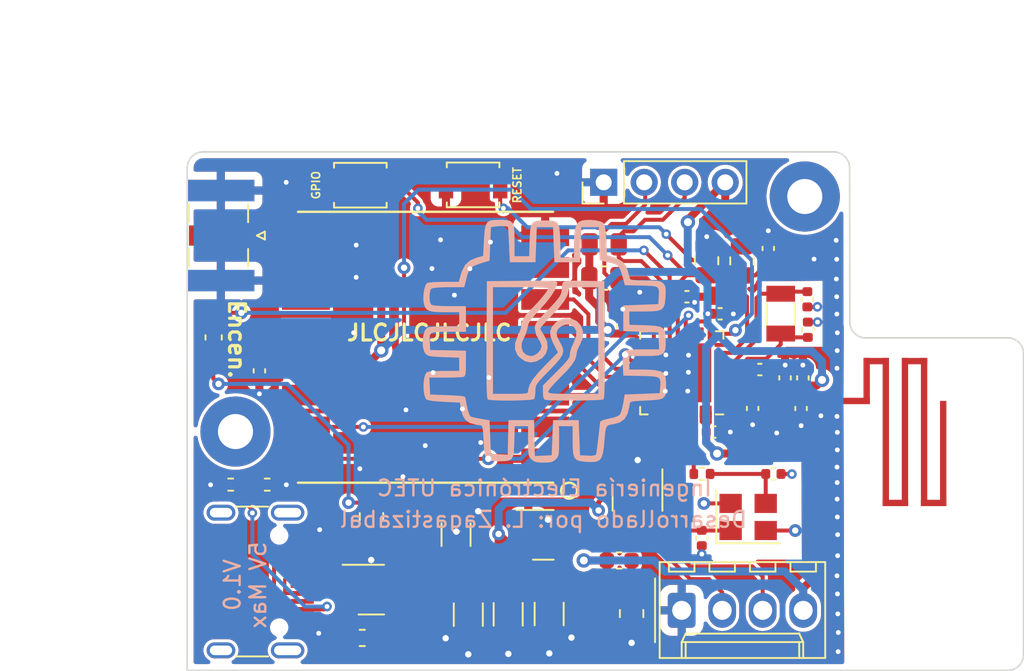
<source format=kicad_pcb>
(kicad_pcb (version 20211014) (generator pcbnew)
  (title_block (title "Gateway PCB Files") (date "2023-02-19"))
  (layers (0 "F.Cu" signal) (1 "In1.Cu" power) (2 "In2.Cu" power) (31 "B.Cu" signal) (34 "B.Paste" user) (35 "F.Paste" user) (36 "B.SilkS" user "B.Silkscreen") (37 "F.SilkS" user "F.Silkscreen") (38 "B.Mask" user) (39 "F.Mask" user) (44 "Edge.Cuts" user))
  (net 0 "")
  (net 1 "Net-(C16-Pad1)")
  (net 2 "VBUS")
  (net 3 "GND")
  (net 4 "+3V3")
  (net 5 "Net-(C7-Pad1)")
  (net 6 "Net-(C12-Pad1)")
  (net 7 "Net-(C13-Pad1)")
  (net 8 "Net-(C14-Pad1)")
  (net 9 "Net-(C15-Pad1)")
  (net 10 "Net-(C17-Pad1)")
  (net 11 "Net-(C18-Pad1)")
  (net 12 "BUTT_1")
  (net 13 "Net-(D1-Pad1)")
  (net 14 "Net-(D2-Pad1)")
  (net 15 "GP_LED")
  (net 16 "Net-(F1-Pad1)")
  (net 17 "Net-(J1-PadA5)")
  (net 18 "USB_CONN_D+")
  (net 19 "USB_CONN_D-")
  (net 21 "Net-(J1-PadB5)")
  (net 24 "/ANT")
  (net 25 "I2C_SDA")
  (net 26 "I2C_SCL")
  (net 27 "Net-(R7-Pad1)")
  (net 28 "USB_D+")
  (net 29 "USB_D-")
  (net 30 "DIO0_RFM9X")
  (net 32 "DIO1_RFM9X")
  (net 33 "RESET_RFM9X")
  (net 35 "DIO2_RFM9X")
  (net 36 "SPI_NSS")
  (net 37 "SPI_SCK")
  (net 38 "SPI_MOSI")
  (net 39 "SPI_MISO")
  (net 40 "UART_RX")
  (net 41 "UART_TX")
  (net 45 "UART_CONN_RX")
  (net 46 "UART_CONN_TX")
  (net 49 "+5V")
  (footprint "Capacitor_SMD:C_0603_1608Metric" (layer "F.Cu") (at 127.98 93 90)
    (fp_text reference "D2" hide)
    (fp_text value "Green" hide)
  )
  (footprint "Capacitor_SMD:C_1206_3216Metric" (layer "F.Cu") (at 149.02 110.36 -90)
    (fp_text reference "C4" hide)
    (fp_text value "4u7" hide)
  )
  (footprint "Capacitor_SMD:C_0402_1005Metric" (layer "F.Cu") (at 161.78 97.46 -90)
    (fp_text reference "C15" hide)
    (fp_text value "0p8" hide)
  )
  (footprint "LoRa_RFM9x:RFM9X-SMD" (layer "F.Cu") (at 141.27 93.62 180)
    (fp_text reference "U4" hide)
    (fp_text value "RFM9X" hide)
  )
  (footprint "Resistor_SMD:R_0402_1005Metric" (layer "F.Cu") (at 158.6 101.57)
    (fp_text reference "R7" hide)
    (fp_text value "22R" hide)
  )
  (footprint "Connector_Coaxial:SMA_Samtec_SMA-J-P-X-ST-EM1_EdgeMount" (layer "F.Cu") (at 128.4325 86.61 -90)
    (fp_text reference "J2" hide)
    (fp_text value "SMA")
  )
  (footprint "Capacitor_SMD:C_0603_1608Metric" (layer "F.Cu") (at 153.41 107 180)
    (fp_text reference "D1" hide)
    (fp_text value "Green" hide)
  )
  (footprint "MountingHole:MountingHole_2.2mm_M2_Pad" (layer "F.Cu") (at 129.35 98.91)
    (fp_text reference "H2" hide)
    (fp_text value "MountingHole" hide)
  )
  (footprint "RF_Antenna:PCB Meander Antenna" (layer "F.Cu") (at 166.02 99.69 -90)
    (fp_text reference "AE1" hide)
    (fp_text value "Antenna" hide)
  )
  (footprint "Capacitor_SMD:C_0402_1005Metric" (layer "F.Cu") (at 163.81 95.54 90)
    (fp_text reference "C6" hide)
    (fp_text value "100n " hide)
  )
  (footprint "Inductor_SMD:L_0402_1005Metric" (layer "F.Cu") (at 145.37 106.78)
    (fp_text reference "L1" hide)
    (fp_text value "1n9" hide)
  )
  (footprint "Fuse:Fuse_0603_1608Metric" (layer "F.Cu") (at 137.3 111.86)
    (fp_text reference "F1" hide)
    (fp_text value "1A" hide)
  )
  (footprint "Inductor_SMD:L_0402_1005Metric" (layer "F.Cu") (at 163.305 96.985)
    (fp_text reference "L3" hide)
    (fp_text value "1n9" hide)
  )
  (footprint "Connector_PinHeader_2.54mm:PinHeader_1x04_P2.54mm_Vertical" (layer "F.Cu") (at 152.44 83.27 90)
    (fp_text reference "J4" hide)
    (fp_text value "I2C_CONN" hide)
  )
  (footprint "Capacitor_SMD:C_0402_1005Metric" (layer "F.Cu") (at 159.74 91.52)
    (fp_text reference "C8" hide)
    (fp_text value "100n " hide)
  )
  (footprint "Package_DFN_QFN:QFN-32-1EP_5x5mm_P0.5mm_EP3.7x3.7mm" (layer "F.Cu") (at 157.335 95.225 180)
    (fp_text reference "U3" hide)
    (fp_text value "ESP32-C3FH4" hide)
  )
  (footprint "Capacitor_SMD:C_0402_1005Metric" (layer "F.Cu") (at 153.64 92.28 90)
    (fp_text reference "C9" hide)
    (fp_text value "100n" hide)
  )
  (footprint "Capacitor_SMD:C_0402_1005Metric" (layer "F.Cu") (at 157.66 90.45)
    (fp_text reference "C19" hide)
    (fp_text value "100n" hide)
  )
  (footprint "Capacitor_SMD:C_0402_1005Metric" (layer "F.Cu") (at 154.7 91.15 90)
    (fp_text reference "C11" hide)
    (fp_text value "10u" hide)
  )
  (footprint "Capacitor_SMD:C_0402_1005Metric" (layer "F.Cu") (at 162.23 95.02)
    (fp_text reference "C7" hide)
    (fp_text value "100n " hide)
  )
  (footprint "Capacitor_SMD:C_1206_3216Metric" (layer "F.Cu") (at 143.95 110.4 -90)
    (fp_text reference "C3" hide)
    (fp_text value "4u7" hide)
  )
  (footprint "Button_Switch_SMD:SW_SPST_B3U-1000P" (layer "F.Cu") (at 137.18 83.45)
    (fp_text reference "SW2" hide)
    (fp_text value "BUTT_1" hide)
  )
  (footprint "Crystal:Crystal_SMD_3215-2Pin_3.2x1.5mm" (layer "F.Cu") (at 163.54 91.51 -90)
    (fp_text reference "Y1" hide)
    (fp_text value "32kHz" hide)
  )
  (footprint "Resistor_SMD:R_0402_1005Metric" (layer "F.Cu") (at 129.05 102.24)
    (fp_text reference "R2" hide)
    (fp_text value "5k1" hide)
  )
  (footprint "Capacitor_SMD:C_0402_1005Metric" (layer "F.Cu") (at 165.21 90.61 -90)
    (fp_text reference "C14" hide)
    (fp_text value "20p" hide)
  )
  (footprint "MountingHole:MountingHole_2.2mm_M2_Pad" (layer "F.Cu") (at 165.05 84.16)
    (fp_text reference "H1" hide)
    (fp_text value "MountingHole" hide)
  )
  (footprint "Package_TO_SOT_SMD:SOT-23" (layer "F.Cu") (at 148.65 105.39)
    (fp_text reference "U2" hide)
    (fp_text value "HE9073A33MR" hide)
  )
  (footprint "Package_TO_SOT_SMD:SOT-23-6" (layer "F.Cu") (at 137.8675 108.83)
    (fp_text reference "U1" hide)
    (fp_text value "USBLC6-2SC6" hide)
  )
  (footprint "Capacitor_SMD:C_0402_1005Metric" (layer "F.Cu") (at 158.59 105.59 -90)
    (fp_text reference "C17" hide)
    (fp_text value "20p" hide)
  )
  (footprint "Capacitor_SMD:C_0402_1005Metric" (layer "F.Cu") (at 130.85 95.1 -90)
    (fp_text reference "C20" hide)
    (fp_text value "100n " hide)
  )
  (footprint "Package_TO_SOT_SMD:SOT-23-6" (layer "F.Cu") (at 154.56 103.08 -90)
    (fp_text reference "U5" hide)
    (fp_text value "USBLC6-2SC6" hide)
  )
  (footprint "Resistor_SMD:R_0805_2012Metric" (layer "F.Cu") (at 137.88 104.25 -90)
    (fp_text reference "R8" hide)
    (fp_text value "10k" hide)
  )
  (footprint "Connector_Molex:Molex_KK-254_AE-6410-04A_1x04_P2.54mm_Vertical" (layer "F.Cu") (at 157.33 110.13)
    (fp_text reference "J3" hide)
    (fp_text value "UART_CONN" hide)
  )
  (footprint "Resistor_SMD:R_0402_1005Metric" (layer "F.Cu") (at 131.34 102.24 180)
    (fp_text reference "R1" hide)
    (fp_text value "5k1" hide)
  )
  (footprint "Capacitor_SMD:C_0402_1005Metric" (layer "F.Cu") (at 164.93 95.54 90)
    (fp_text reference "C5" hide)
    (fp_text value "10u" hide)
  )
  (footprint "Capacitor_SMD:C_0402_1005Metric" (layer "F.Cu") (at 165.24 92.52 90)
    (fp_text reference "C13" hide)
    (fp_text value "20p" hide)
  )
  (footprint "Capacitor_SMD:C_0402_1005Metric" (layer "F.Cu") (at 162.76 87.42 90)
    (fp_text reference "C12" hide)
    (fp_text value "100n" hide)
  )
  (footprint "Crystal:Crystal_SMD_3225-4Pin_3.2x2.5mm" (layer "F.Cu") (at 161.5 104.27)
    (fp_text reference "Y2" hide)
    (fp_text value "40MHz" hide)
  )
  (footprint "Resistor_SMD:R_0805_2012Metric" (layer "F.Cu") (at 158.89 88.19 -90)
    (fp_text reference "R9" hide)
    (fp_text value "10k" hide)
  )
  (footprint "Capacitor_SMD:C_0402_1005Metric" (layer "F.Cu") (at 159.35 98.94)
    (fp_text reference "C10" hide)
    (fp_text value "100n" hide)
  )
  (footprint "Resistor_SMD:R_0805_2012Metric" (layer "F.Cu") (at 154.19 110.33 -90)
    (fp_text reference "R3" hide)
    (fp_text value "10k" hide)
  )
  (footprint "Capacitor_SMD:C_1206_3216Metric" (layer "F.Cu") (at 146.45 110.38 -90)
    (fp_text reference "C2" hide)
    (fp_text value "100n " hide)
  )
  (footprint "Inductor_SMD:L_0402_1005Metric" (layer "F.Cu") (at 162.24 96.02 180)
    (fp_text reference "L2" hide)
    (fp_text value "1n9" hide)
  )
  (footprint "Capacitor_SMD:C_1206_3216Metric" (layer "F.Cu") (at 143.18 105.38 90)
    (fp_text reference "C1" hide)
    (fp_text value "100n " hide)
  )
  (footprint "Capacitor_SMD:C_0402_1005Metric" (layer "F.Cu") (at 164.815 97.465 -90)
    (fp_text reference "C16" hide)
    (fp_text value "0p8" hide)
  )
  (footprint "Connector_USB:USB_C_Receptacle_HRO_TYPE-C-31-M-12" (layer "F.Cu") (at 129.49 108.32 -90)
    (fp_text reference "J1" hide)
    (fp_text value "USB_C_Receptacle_USB2.0" hide)
  )
  (footprint "Resistor_SMD:R_0805_2012Metric" (layer "F.Cu") (at 152.47 87.16)
    (fp_text reference "R6" hide)
    (fp_text value "10k" hide)
  )
  (footprint "Resistor_SMD:R_0805_2012Metric" (layer "F.Cu") (at 161.11 88.2 -90)
    (fp_text reference "R4" hide)
    (fp_text value "10k" hide)
  )
  (footprint "Button_Switch_SMD:SW_SPST_B3U-1000P" (layer "F.Cu") (at 144.25 83.43 180)
    (fp_text reference "SW1" hide)
    (fp_text value "ESP_RESET" hide)
  )
  (footprint "Capacitor_SMD:C_0402_1005Metric" (layer "F.Cu") (at 163.08 101.57)
    (fp_text reference "C18" hide)
    (fp_text value "20p" hide)
  )
  (footprint "Resistor_SMD:R_0805_2012Metric" (layer "F.Cu") (at 152.45 89.28)
    (fp_text reference "R5" hide)
    (fp_text value "10k" hide)
  )
  (footprint "Symbol:electronica" (layer "B.Cu") (at 148.797211 92.647333 180)
    (fp_text reference "G***" hide)
    (fp_text value "LOGO" hide)
  )
  (gr_arc (start 126.327107 82.36) (mid 126.62 81.652893) (end 127.327107 81.36) (layer "Edge.Cuts") (width 0.1))
  (gr_line (start 167.87 92.03) (end 167.86 82.36) (layer "Edge.Cuts") (width 0.1))
  (gr_line (start 177.77 113.9) (end 126.325 113.9) (layer "Edge.Cuts") (width 0.1))
  (gr_line (start 126.325 113.9) (end 126.327107 82.36) (layer "Edge.Cuts") (width 0.1))
  (gr_line (start 178.77 112.9) (end 178.77 94.03) (layer "Edge.Cuts") (width 0.1))
  (gr_line (start 127.327107 81.36) (end 166.85 81.36) (layer "Edge.Cuts") (width 0.1))
  (gr_arc (start 177.77 93.03) (mid 178.477107 93.322893) (end 178.77 94.03) (layer "Edge.Cuts") (width 0.1))
  (gr_arc (start 178.77 112.9) (mid 178.477107 113.607107) (end 177.77 113.9) (layer "Edge.Cuts") (width 0.1))
  (gr_line (start 177.77 93.03) (end 168.87 93.03) (layer "Edge.Cuts") (width 0.1))
  (gr_arc (start 168.87 93.03) (mid 168.162893 92.737107) (end 167.87 92.03) (layer "Edge.Cuts") (width 0.1))
  (gr_arc (start 166.85 81.36) (mid 167.563566 81.649348) (end 167.86 82.36) (layer "Edge.Cuts") (width 0.1))
  (gr_text "V1.0\n5V Max" (at 129.96 108.54 90) (layer "B.SilkS") (effects (font (size 1 1)) (justify mirror)))
  (gr_text "Desarrollado por: L. Zagastizabal" (at 148.66 104.43) (layer "B.SilkS") (effects (font (size 1 1)) (justify mirror)))
  (gr_text "Ingeniería Electrónica UTEC" (at 148.72 102.46) (layer "B.SilkS") (effects (font (size 1 1)) (justify mirror)))
  (gr_text "GPIO" (at 134.4 83.45 90) (layer "F.SilkS") (effects (font (size 0.5 0.5) (thickness 0.1))))
  (gr_text "JLCJLCJLCJLC" (at 141.5 92.71) (layer "F.SilkS") (effects (font (size 1 1) (thickness 0.2))))
  (gr_text "Encen." (at 129.43 93.11 270) (layer "F.SilkS") (effects (font (size 1 1) (thickness 0.2))))
  (gr_text "RESET" (at 147.02 83.45 90) (layer "F.SilkS") (effects (font (size 0.5 0.5) (thickness 0.1))))
  (segment (start 167.54 96.99) (end 168.48 96.99) (width 0.4) (layer "F.Cu") (net 1))
  (segment (start 164.815 96.985) (end 167.425 96.985) (width 0.35) (layer "F.Cu") (net 1))
  (segment (start 163.79 96.985) (end 164.815 96.985) (width 0.35) (layer "F.Cu") (net 1))
  (segment (start 142.625 106.855) (end 143.18 106.855) (width 0.5) (layer "F.Cu") (net 2))
  (segment (start 138.31 108.83) (end 137.91 109.23) (width 0.25) (layer "F.Cu") (net 2))
  (segment (start 142.05 109) (end 142.05 107.43) (width 0.5) (layer "F.Cu") (net 2))
  (segment (start 143.18 106.855) (end 144.81 106.855) (width 0.5) (layer "F.Cu") (net 2))
  (segment (start 144.81 106.855) (end 144.885 106.78) (width 0.5) (layer "F.Cu") (net 2))
  (segment (start 138.11 111.8375) (end 138.0875 111.86) (width 0.25) (layer "F.Cu") (net 2))
  (segment (start 139.19 111.86) (end 142.05 109) (width 0.5) (layer "F.Cu") (net 2))
  (segment (start 138.11 111.05) (end 138.11 111.8375) (width 0.25) (layer "F.Cu") (net 2))
  (segment (start 138.0875 111.86) (end 139.19 111.86) (width 0.5) (layer "F.Cu") (net 2))
  (segment (start 137.91 109.23) (end 137.91 110.85) (width 0.25) (layer "F.Cu") (net 2))
  (segment (start 139.005 108.83) (end 138.31 108.83) (width 0.25) (layer "F.Cu") (net 2))
  (segment (start 142.05 107.43) (end 142.625 106.855) (width 0.5) (layer "F.Cu") (net 2))
  (segment (start 137.91 110.85) (end 138.11 111.05) (width 0.25) (layer "F.Cu") (net 2))
  (segment (start 165.24 92.04) (end 165.85 92.04) (width 0.25) (layer "F.Cu") (net 3))
  (segment (start 165.83 91.09) (end 165.84 91.08) (width 0.25) (layer "F.Cu") (net 3))
  (segment (start 136.73 108.83) (end 137.28 108.83) (width 0.25) (layer "F.Cu") (net 3))
  (segment (start 137.86 106.97) (end 137.86 108.25) (width 0.25) (layer "F.Cu") (net 3))
  (segment (start 164.23 101.57) (end 164.24 101.58) (width 0.25) (layer "F.Cu") (net 3))
  (segment (start 165.21 91.09) (end 165.83 91.09) (width 0.25) (layer "F.Cu") (net 3))
  (segment (start 158.72 103.42) (end 160.4 103.42) (width 0.25) (layer "F.Cu") (net 3))
  (segment (start 163.56 101.57) (end 164.23 101.57) (width 0.25) (layer "F.Cu") (net 3))
  (segment (start 158.59 106.57) (end 158.59 106.07) (width 0.25) (layer "F.Cu") (net 3))
  (segment (start 164.45 105.12) (end 162.6 105.12) (width 0.25) (layer "F.Cu") (net 3))
  (segment (start 154.19 112.17) (end 154.19 111.2425) (width 0.25) (layer "F.Cu") (net 3))
  (segment (start 137.28 108.83) (end 137.86 108.25) (width 0.25) (layer "F.Cu") (net 3))
  (via (at 161.78 98.48) (size 0.6) (drill 0.3) (layers "F.Cu" "B.Cu") (net 3))
  (via (at 167.11 106.7) (size 0.6) (drill 0.3) (layers "F.Cu" "B.Cu") (net 3))
  (via (at 136.92 87.21) (size 0.6) (drill 0.3) (layers "F.Cu" "B.Cu") (net 3))
  (via (at 142.21 86.88) (size 0.6) (drill 0.3) (layers "F.Cu" "B.Cu") (net 3))
  (via (at 167.02 86.91) (size 0.6) (drill 0.3) (layers "F.Cu" "B.Cu") (net 3))
  (via (at 146.46 112.86) (size 0.8) (drill 0.4) (layers "F.Cu" "B.Cu") (net 3))
  (via (at 160.57 91.53) (size 0.6) (drill 0.3) (layers "F.Cu" "B.Cu") (net 3))
  (via (at 143.95 112.89) (size 0.8) (drill 0.4) (layers "F.Cu" "B.Cu") (net 3))
  (via (at 160.38 98.94) (size 0.6) (drill 0.3) (layers "F.Cu" "B.Cu") (net 3))
  (via (at 164.82 98.54) (size 0.6) (drill 0.3) (layers "F.Cu" "B.Cu") (net 3))
  (via (at 140.04 97.55) (size 0.6) (drill 0.3) (layers "F.Cu" "B.Cu") (net 3))
  (via (at 167.08 103.15) (size 0.6) (drill 0.3) (layers "F.Cu" "B.Cu") (net 3))
  (via (at 145.24 95.52) (size 0.6) (drill 0.3) (layers "F.Cu" "B.Cu") (net 3))
  (via (at 145.34 87.02) (size 0.6) (drill 0.3) (layers "F.Cu" "B.Cu") (net 3))
  (via (at 167.07 97.96) (size 0.6) (drill 0.3) (layers "F.Cu" "B.Cu") (net 3))
  (via (at 165.85 92.04) (size 0.6) (drill 0.3) (layers "F.Cu" "B.Cu") (net 3))
  (via (at 143.2 105.19) (size 0.8) (drill 0.4) (layers "F.Cu" "B.Cu") (net 3))
  (via (at 167.05 88.1) (size 0.6) (drill 0.3) (layers "F.Cu" "B.Cu") (net 3))
  (via (at 158.72 103.42) (size 0.8) (drill 0.4) (layers "F.Cu" "B.Cu") (net 3))
  (via (at 141.25 99.79) (size 0.6) (drill 0.3) (layers "F.Cu" "B.Cu") (net 3))
  (via (at 150.42 111.84) (size 0.8) (drill 0.4) (layers "F.Cu" "B.Cu") (net 3))
  (via (at 149.03 112.83) (size 0.8) (drill 0.4) (layers "F.Cu" "B.Cu") (net 3))
  (via (at 166.06 97.92) (size 0.6) (drill 0.3) (layers "F.Cu" "B.Cu") (net 3))
  (via (at 167.09 100.06) (size 0.6) (drill 0.3) (layers "F.Cu" "B.Cu") (net 3))
  (via (at 144.05 88.69) (size 0.6) (drill 0.3) (layers "F.Cu" "B.Cu") (net 3))
  (via (at 163.29 99) (size 0.6) (drill 0.3) (layers "F.Cu" "B.Cu") (net 3))
  (via (at 134.57 111.57) (size 0.6) (drill 0.3) (layers "F.Cu" "B.Cu") (net 3))
  (via (at 164.93 94.74) (size 0.6) (drill 0.3) (layers "F.Cu" "B.Cu") (net 3))
  (via (at 153.64 91.23) (size 0.6) (drill 0.3) (layers "F.Cu" "B.Cu") (net 3))
  (via (at 167.06 91.54) (size 0.6) (drill 0.3) (layers "F.Cu" "B.Cu") (net 3))
  (via (at 167.05 90.45) (size 0.6) (drill 0.3) (layers "F.Cu" "B.Cu") (net 3))
  (via (at 165.84 91.08) (size 0.6) (drill 0.3) (layers "F.Cu" "B.Cu") (net 3))
  (via (at 136.92 89.23) (size 0.6) (drill 0.3) (layers "F.Cu" "B.Cu") (net 3))
  (via (at 163.82 94.74) (size 0.6) (drill 0.3) (layers "F.Cu" "B.Cu") (net 3))
  (via (at 132.54 102.25) (size 0.6) (drill 0.3) (layers "F.Cu" "B.Cu") (net 3))
  (via (at 143.08 90.35) (size 0.6) (drill 0.3) (layers "F.Cu" "B.Cu") (net 3))
  (via (at 141.67 88.68) (size 0.6) (drill 0.3) (layers "F.Cu" "B.Cu") (net 3))
  (via (at 149.51 82.71) (size 0.6) (drill 0.3) (layers "F.Cu" "B.Cu") (net 3))
  (via (at 167.07 101.14) (size 0.6) (drill 0.3) (layers "F.Cu" "B.Cu") (net 3))
  (via (at 158.59 106.6) (size 0.6) (drill 0.3) (layers "F.Cu" "B.Cu") (net 3))
  (via (at 142.53 111.88) (size 0.8) (drill 0.4) (layers "F.Cu" "B.Cu") (net 3))
  (via (at 167.08 93.83) (size 0.6) (drill 0.3) (layers "F.Cu" "B.Cu") (net 3))
  (via (at 156.34 94.1) (size 0.6) (drill 0.3) (layers "F.Cu" "B.Cu") (net 3))
  (via (at 136.76 92.71) (size 0.6) (drill 0.3) (layers "F.Cu" "B.Cu") (net 3))
  (via (at 157.75 95.19) (size 0.6) (drill 0.3) (layers "F.Cu" "B.Cu") (net 3))
  (via (at 156.34 95.26) (size 0.6) (drill 0.3) (layers "F.Cu" "B.Cu") (net 3))
  (via (at 143.58 97.49) (size 0.6) (drill 0.3) (layers "F.Cu" "B.Cu") (net 3))
  (via (at 167.15 111.52) (size 0.6) (drill 0.3) (layers "F.Cu" "B.Cu") (net 3))
  (via (at 144.57 103.91) (size 0.8) (drill 0.4) (layers "F.Cu" "B.Cu") (net 3))
  (via (at 167.08 102.11) (size 0.6) (drill 0.3) (layers "F.Cu" "B.Cu") (net 3))
  (via (at 127.79 102.25) (size 0.6) (drill 0.3) (layers "F.Cu" "B.Cu") (net 3))
  (via (at 164.24 101.58) (size 0.6) (drill 0.3) (layers "F.Cu" "B.Cu") (net 3))
  (via (at 154.57 100.7) (size 0.8) (drill 0.4) (layers "F.Cu" "B.Cu") (net 3))
  (via (at 137.15 101.2445) (size 0.6) (drill 0.3) (layers "F.Cu" "B.Cu") (net 3))
  (via (at 134.63 105.07) (size 0.6) (drill 0.3) (layers "F.Cu" "B.Cu") (net 3))
  (via (at 162.76 86.31) (size 0.6) (drill 0.3) (layers "F.Cu" "B.Cu") (net 3))
  (via (at 167.1 109.1) (size 0.6) (drill 0.3) (layers "F.Cu" "B.Cu") (net 3))
  (via (at 157.71 96.37) (size 0.6) (drill 0.3) (layers "F.Cu" "B.Cu") (net 3))
  (via (at 167.03 89.34) (size 0.6) (drill 0.3) (layers "F.Cu" "B.Cu") (net 3))
  (via (at 148.94 104.44) (size 0.8) (drill 0.4) (layers "F.Cu" "B.Cu") (net 3))
  (via (at 157.76 94.12) (size 0.6) (drill 0.3) (layers "F.Cu" "B.Cu") (net 3))
  (via (at 139.85 101.74) (size 0.6) (drill 0.3) (layers "F.Cu" "B.Cu") (net 3))
  (via (at 154.7 90.17) (size 0.6) (drill 0.3) (layers "F.Cu" "B.Cu") (net 3))
  (via (at 158.14 90.8) (size 0.6) (drill 0.3) (layers "F.Cu" "B.Cu") (net 3))
  (via (at 167.12 110.35) (size 0.6) (drill 0.3) (layers "F.Cu" "B.Cu") (net 3))
  (via (at 167.09 92.71) (size 0.6) (drill 0.3) (layers "F.Cu" "B.Cu") (net 3))
  (via (at 132.53 83.27) (size 0.6) (drill 0.3) (layers "F.Cu" "B.Cu") (net 3))
  (via (at 167.07 107.96) (size 0.6) (drill 0.3) (layers "F.Cu" "B.Cu") (net 3))
  (via (at 137.86 106.97) (size 0.8) (drill 0.4) (layers "F.Cu" "B.Cu") (net 3))
  (via (at 167.09 104.27) (size 0.6) (drill 0.3) (layers "F.Cu" "B.Cu") (net 3))
  (via (at 164.45 105.12) (size 0.8) (drill 0.4) (layers "F.Cu" "B.Cu") (net 3))
  (via (at 130.85 96.5445) (size 0.6) (drill 0.3) (layers "F.Cu" "B.Cu") (net 3))
  (via (at 167.07 94.94) (size 0.6) (drill 0.3) (layers "F.Cu" "B.Cu") (net 3))
  (via (at 158.9 86.68) (size 0.6) (drill 0.3) (layers "F.Cu" "B.Cu") (net 3))
  (via (at 141.74 95.21) (size 0.6) (drill 0.3) (layers "F.Cu" "B.Cu") (net 3))
  (via (at 165.63 88.09) (size 0.6) (drill 0.3) (layers "F.Cu" "B.Cu") (net 3))
  (via (at 167.11 105.38) (size 0.6) (drill 0.3) (layers "F.Cu" "B.Cu") (net 3))
  (via (at 144.73 99.6) (size 0.6) (drill 0.3) (layers "F.Cu" "B.Cu") (net 3))
  (via (at 154.19 112.17) (size 0.8) (drill 0.4) (layers "F.Cu" "B.Cu") (net 3))
  (via (at 167.09 98.96) (size 0.6) (drill 0.3) (layers "F.Cu" "B.Cu") (net 3))
  (via (at 167.14 112.72) (size 0.6) (drill 0.3) (layers "F.Cu" "B.Cu") (net 3))
  (via (at 156.3 96.38) (size 0.6) (drill 0.3) (layers "F.Cu" "B.Cu") (net 3))
  (segment (start 158.83952 92.00048) (end 158.97 91.87) (width 0.25) (layer "F.Cu") (net 4))
  (segment (start 165.67 100.62) (end 165.34 100.29) (width 0.5) (layer "F.Cu") (net 4))
  (segment (start 164.95 108.74) (end 165.67 108.02) (width 0.5) (layer "F.Cu") (net 4))
  (segment (start 137.69 94.62) (end 138.49 93.82) (width 0.5) (layer "F.Cu") (net 4))
  (segment (start 158.085 92.256961) (end 158.341481 92.00048) (width 0.25) (layer "F.Cu") (net 4))
  (segment (start 160.06 83.27) (end 160.06 84.96) (width 0.5) (layer "F.Cu") (net 4))
  (segment (start 151.72 105.39) (end 149.5875 105.39) (width 0.5) (layer "F.Cu") (net 4))
  (segment (start 161.11 86.01) (end 161.11 87.2875) (width 0.5) (layer "F.Cu") (net 4))
  (segment (start 165.8 96.02) (end 164.93 96.02) (width 0.5) (layer "F.Cu") (net 4))
  (segment (start 154.29 92.76) (end 154.7 92.35) (width 0.5) (layer "F.Cu") (net 4))
  (segment (start 153.64 92.76) (end 154.29 92.76) (width 0.5) (layer "F.Cu") (net 4))
  (segment (start 158.87 99.61) (end 158.87 98.94) (width 0.5) (layer "F.Cu") (net 4))
  (segment (start 159.09 98.34) (end 158.87 98.56) (width 0.25) (layer "F.Cu") (net 4))
  (segment (start 152.635 106.305) (end 151.72 105.39) (width 0.5) (layer "F.Cu") (net 4))
  (segment (start 154.7 92.35) (end 154.7 91.63) (width 0.5) (layer "F.Cu") (net 4))
  (segment (start 134.27 94.62) (end 137.69 94.62) (width 0.5) (layer "F.Cu") (net 4))
  (segment (start 152.92 92.76) (end 153.64 92.76) (width 0.5) (layer "F.Cu") (net 4))
  (segment (start 151.945 108.885) (end 152.635 108.195) (width 0.5) (layer "F.Cu") (net 4))
  (segment (start 164.95 110.13) (end 164.95 108.74) (width 0.5) (layer "F.Cu") (net 4))
  (segment (start 152.69 92.53) (end 152.16 92) (width 0.5) (layer "F.Cu") (net 4))
  (segment (start 152.69 92.53) (end 152.92 92.76) (width 0.5) (layer "F.Cu") (net 4))
  (segment (start 154.885 93.355) (end 154.29 92.76) (width 0.25) (layer "F.Cu") (net 4))
  (segment (start 151.5275 90.4975) (end 151.5275 88.92) (width 0.5) (layer "F.Cu") (net 4))
  (segment (start 138.49 86.32) (end 135.62 83.45) (width 0.5) (layer "F.Cu") (net 4))
  (segment (start 158.085 92.775) (end 158.085 92.256961) (width 0.25) (layer "F.Cu") (net 4))
  (segment (start 138.49 93.82) (end 138.49 86.32) (width 0.5) (layer "F.Cu") (net 4))
  (segment (start 151.19 107) (end 152.635 107) (width 0.5) (layer "F.Cu") (net 4))
  (segment (start 159.09 97.68) (end 159.09 98.34) (width 0.25) (layer "F.Cu") (net 4))
  (segment (start 149.02 108.885) (end 151.945 108.885) (width 0.5) (layer "F.Cu") (net 4))
  (segment (start 158.585 97.675) (end 158.585 98.275) (width 0.25) (layer "F.Cu") (net 4))
  (segment (start 158.87 98.56) (end 158.87 98.94) (width 0.25) (layer "F.Cu") (net 4))
  (segment (start 152.16 92) (end 152.16 91.13) (width 0.5) (layer "F.Cu") (net 4))
  (segment (start 130.85 94.62) (end 134.27 94.62) (width 0.5) (layer "F.Cu") (net 4))
  (segment (start 157.72 85.61) (end 157.72 85.77) (width 0.5) (layer "F.Cu") (net 4))
  (segment (start 158.97 91.87) (end 158.97 91.52) (width 0.25) (layer "F.Cu") (net 4))
  (segment (start 165.34 100.29) (end 159.55 100.29) (width 0.5) (layer "F.Cu") (net 4))
  (segment (start 158.585 98.275) (end 158.87 98.56) (width 0.25) (layer "F.Cu") (net 4))
  (segment (start 151.5375 87.18) (end 151.5575 87.16) (width 0.5) (layer "F.Cu") (net 4))
  (segment (start 165.67 108.02) (end 165.67 100.62) (width 0.5) (layer "F.Cu") (net 4))
  (segment (start 163.81 96.02) (end 164.93 96.02) (width 0.5) (layer "F.Cu") (net 4))
  (segment (start 158.341481 92.00048) (end 158.83952 92.00048) (width 0.25) (layer "F.Cu") (net 4))
  (segment (start 154.885 93.475) (end 154.885 93.355) (width 0.25) (layer "F.Cu") (net 4))
  (segment (start 151.5375 89.28) (end 151.5375 87.18) (width 0.5) (layer "F.Cu") (net 4))
  (segment (start 152.16 91.13) (end 151.5275 90.4975) (width 0.5) (layer "F.Cu") (net 4))
  (segment (start 165.8 96.02) (end 166.13 95.69) (width 0.5) (layer "F.Cu") (net 4))
  (segment (start 152.635 107) (end 152.635 106.305) (width 0.5) (layer "F.Cu") (net 4))
  (segment (start 166.13 95.69) (end 166.13 95.67) (width 0.5) (layer "F.Cu") (net 4))
  (segment (start 135.62 83.45) (end 135.48 83.45) (width 0.5) (layer "F.Cu") (net 4))
  (segment (start 160.06 84.96) (end 161.11 86.01) (width 0.5) (layer "F.Cu") (net 4))
  (segment (start 152.635 108.195) (end 152.635 107) (width 0.5) (layer "F.Cu") (net 4))
  (segment (start 160.06 83.27) (end 157.72 85.61) (width 0.5) (layer "F.Cu") (net 4))
  (segment (start 162.725 96.02) (end 163.81 96.02) (width 0.5) (layer "F.Cu") (net 4))
  (segment (start 159.55 100.29) (end 158.87 99.61) (width 0.5) (layer "F.Cu") (net 4))
  (via (at 138.49 93.82) (size 0.9) (drill 0.5) (layers "F.Cu" "B.Cu") (net 4))
  (via (at 166.13 95.67) (size 0.9) (drill 0.5) (layers "F.Cu" "B.Cu") (net 4))
  (via (at 151.19 107) (size 0.9) (drill 0.5) (layers "F.Cu" "B.Cu") (net 4))
  (via (at 152.69 92.53) (size 0.9) (drill 0.5) (layers "F.Cu" "B.Cu") (net 4))
  (via (at 157.72 85.77) (size 0.9) (drill 0.5) (layers "F.Cu" "B.Cu") (net 4))
  (via (at 158.97 91.52) (size 0.6) (drill 0.3) (layers "F.Cu" "B.Cu") (net 4))
  (via (at 159.55 100.29) (size 0.9) (drill 0.5) (layers "F.Cu" "B.Cu") (net 4))
  (segment (start 164.95 108.84) (end 164.95 110.13) (width 0.5) (layer "B.Cu") (net 4))
  (segment (start 165.48 93.86) (end 160.64 93.86) (width 0.5) (layer "B.Cu") (net 4))
  (segment (start 166.13 95.67) (end 166.13 94.51) (width 0.5) (layer "B.Cu") (net 4))
  (segment (start 156.28 107.69) (end 163.8 107.69) (width 0.5) (layer "B.Cu") (net 4))
  (segment (start 158.86 99.6) (end 159.55 100.29) (width 0.5) (layer "B.Cu") (net 4))
  (segment (start 139.78 92.53) (end 138.49 93.82) (width 0.5) (layer "B.Cu") (net 4))
  (segment (start 157.35 88.89) (end 153.31 88.89) (width 0.5) (layer "B.Cu") (net 4))
  (segment (start 159.63 92.85) (end 158.86 93.62) (width 0.5) (layer "B.Cu") (net 4))
  (segment (start 153.31 88.89) (end 152.25 89.95) (width 0.5) (layer "B.Cu") (net 4))
  (segment (start 160.64 93.86) (end 159.63 92.85) (width 0.5) (layer "B.Cu") (net 4))
  (segment (start 158.16 88.89) (end 157.35 88.89) (width 0.5) (layer "B.Cu") (net 4))
  (segment (start 152.25 92.09) (end 152.69 92.53) (width 0.5) (layer "B.Cu") (net 4))
  (segment (start 158.86 93.62) (end 158.86 99.6) (width 0.5) (layer "B.Cu") (net 4))
  (segment (start 158.95 89.68) (end 158.16 88.89) (width 0.5) (layer "B.Cu") (net 4))
  (segment (start 157.71 85.78) (end 157.72 85.77) (width 0.5) (layer "B.Cu") (net 4))
  (segment (start 158.16 88.89) (end 157.71 88.44) (width 0.5) (layer "B.Cu") (net 4))
  (segment (start 152.69 92.53) (end 139.78 92.53) (width 0.5) (layer "B.Cu") (net 4))
  (segment (start 155.59 107) (end 156.28 107.69) (width 0.5) (layer "B.Cu") (net 4))
  (segment (start 152.25 89.95) (end 152.25 92.09) (width 0.5) (layer "B.Cu") (net 4))
  (segment (start 151.19 107) (end 155.59 107) (width 0.5) (layer "B.Cu") (net 4))
  (segment (start 163.8 107.69) (end 164.95 108.84) (width 0.5) (layer "B.Cu") (net 4))
  (segment (start 158.95 92.17) (end 158.95 89.68) (width 0.5) (layer "B.Cu") (net 4))
  (segment (start 166.13 94.51) (end 165.48 93.86) (width 0.5) (layer "B.Cu") (net 4))
  (segment (start 157.71 88.44) (end 157.71 85.78) (width 0.5) (layer "B.Cu") (net 4))
  (segment (start 159.63 92.85) (end 158.95 92.17) (width 0.5) (layer "B.Cu") (net 4))
  (segment (start 161.755 96.02) (end 160.88 96.02) (width 0.25) (layer "F.Cu") (net 5))
  (segment (start 161.71 95.975) (end 161.755 96.02) (width 0.25) (layer "F.Cu") (net 5))
  (segment (start 161.755 96.02) (end 161.755 95.025) (width 0.25) (layer "F.Cu") (net 5))
  (segment (start 159.785 95.975) (end 161.71 95.975) (width 0.25) (layer "F.Cu") (net 5))
  (segment (start 161.755 95.025) (end 161.75 95.02) (width 0.25) (layer "F.Cu") (net 5))
  (segment (start 160.88 96.02) (end 160.425 96.475) (width 0.25) (layer "F.Cu") (net 5))
  (segment (start 160.425 96.475) (end 159.785 96.475) (width 0.25) (layer "F.Cu") (net 5))
  (segment (start 160.16202 88.16452) (end 158.00452 88.16452) (width 0.25) (layer "F.Cu") (net 6))
  (segment (start 145.95 84.7) (end 146.15 84.9) (width 0.25) (layer "F.Cu") (net 6))
  (segment (start 161.43 90.46) (end 161.11 90.14) (width 0.25) (layer "F.Cu") (net 6))
  (segment (start 161.9375 89.1125) (end 162.76 88.29) (width 0.25) (layer "F.Cu") (net 6))
  (segment (start 162.76 88.29) (end 162.76 87.9) (width 0.25) (layer "F.Cu") (net 6))
  (segment (start 161.11 90.14) (end 161.11 89.1125) (width 0.25) (layer "F.Cu") (net 6))
  (segment (start 145.95 83.43) (end 145.95 84.7) (width 0.25) (layer "F.Cu") (net 6))
  (segment (start 158.00452 88.16452) (end 156.36 86.52) (width 0.25) (layer "F.Cu") (net 6))
  (segment (start 159.785 93.975) (end 160.485 93.975) (width 0.25) (layer "F.Cu") (net 6))
  (segment (start 161.43 93.03) (end 161.43 90.46) (width 0.25) (layer "F.Cu") (net 6))
  (segment (start 161.11 89.1125) (end 161.9375 89.1125) (width 0.25) (layer "F.Cu") (net 6))
  (segment (start 160.485 93.975) (end 161.43 93.03) (width 0.25) (layer "F.Cu") (net 6))
  (segment (start 161.11 89.1125) (end 160.16202 88.16452) (width 0.25) (layer "F.Cu") (net 6))
  (via (at 156.36 86.52) (size 0.6) (drill 0.3) (layers "F.Cu" "B.Cu") (net 6))
  (via (at 146.15 84.9) (size 0.6) (drill 0.3) (layers "F.Cu" "B.Cu") (net 6))
  (segment (start 156.36 86.52) (end 155.93 86.09) (width 0.25) (layer "B.Cu") (net 6))
  (segment (start 146.45 84.9) (end 146.15 84.9) (width 0.25) (layer "B.Cu") (net 6))
  (segment (start 147.64 86.09) (end 146.45 84.9) (width 0.25) (layer "B.Cu") (net 6))
  (segment (start 155.93 86.09) (end 147.64 86.09) (width 0.25) (layer "B.Cu") (net 6))
  (segment (start 161.14548 94.65759) (end 161.46307 94.34) (width 0.25) (layer "F.Cu") (net 7))
  (segment (start 159.785 95.475) (end 160.665 95.475) (width 0.25) (layer "F.Cu") (net 7))
  (segment (start 161.14548 94.99452) (end 161.14548 94.65759) (width 0.25) (layer "F.Cu") (net 7))
  (segment (start 162.64 94.34) (end 163.54 93.44) (width 0.25) (layer "F.Cu") (net 7))
  (segment (start 165.24 93) (end 163.78 93) (width 0.25) (layer "F.Cu") (net 7))
  (segment (start 163.78 93) (end 163.54 92.76) (width 0.25) (layer "F.Cu") (net 7))
  (segment (start 160.665 95.475) (end 161.14548 94.99452) (width 0.25) (layer "F.Cu") (net 7))
  (segment (start 163.54 93.44) (end 163.54 92.76) (width 0.25) (layer "F.Cu") (net 7))
  (segment (start 161.46307 94.34) (end 162.64 94.34) (width 0.25) (layer "F.Cu") (net 7))
  (segment (start 163.67 90.13) (end 163.54 90.26) (width 0.25) (layer "F.Cu") (net 8))
  (segment (start 162.02 93.12) (end 162.02 90.53) (width 0.25) (layer "F.Cu") (net 8))
  (segment (start 160.695969 94.729511) (end 160.69597 94.44403) (width 0.25) (layer "F.Cu") (net 8))
  (segment (start 165.21 90.13) (end 163.67 90.13) (width 0.25) (layer "F.Cu") (net 8))
  (segment (start 160.45048 94.975) (end 160.695969 94.729511) (width 0.25) (layer "F.Cu") (net 8))
  (segment (start 162.02 90.53) (end 162.29 90.26) (width 0.25) (layer "F.Cu") (net 8))
  (segment (start 160.69597 94.44403) (end 162.02 93.12) (width 0.25) (layer "F.Cu") (net 8))
  (segment (start 159.785 94.975) (end 160.45048 94.975) (width 0.25) (layer "F.Cu") (net 8))
  (segment (start 162.29 90.26) (end 163.54 90.26) (width 0.25) (layer "F.Cu") (net 8))
  (segment (start 161.78 96.98) (end 162.815 96.98) (width 0.35) (layer "F.Cu") (net 9))
  (segment (start 160.495 96.975) (end 160.5 96.98) (width 0.25) (layer "F.Cu") (net 9))
  (segment (start 161.78 96.98) (end 160.5 96.98) (width 0.35) (layer "F.Cu") (net 9))
  (segment (start 159.785 96.975) (end 160.495 96.975) (width 0.25) (layer "F.Cu") (net 9))
  (segment (start 162.815 96.98) (end 162.82 96.985) (width 0.25) (layer "F.Cu") (net 9))
  (segment (start 157.66 105.12) (end 157.23 104.69) (width 0.25) (layer "F.Cu") (net 10))
  (segment (start 157.23 99.65) (end 157.585 99.295) (width 0.25) (layer "F.Cu") (net 10))
  (segment (start 157.23 104.69) (end 157.23 99.65) (width 0.25) (layer "F.Cu") (net 10))
  (segment (start 157.585 99.295) (end 157.585 97.675) (width 0.25) (layer "F.Cu") (net 10))
  (segment (start 160.4 105.12) (end 158.44 105.12) (width 0.25) (layer "F.Cu") (net 10))
  (segment (start 158.44 105.12) (end 157.66 105.12) (width 0.25) (layer "F.Cu") (net 10))
  (segment (start 162.6 101.57) (end 159.11 101.57) (width 0.25) (layer "F.Cu") (net 11))
  (segment (start 162.6 103.42) (end 162.6 101.57) (width 0.25) (layer "F.Cu") (net 11))
  (segment (start 157.085 92.775) (end 157.085 90.875) (width 0.25) (layer "F.Cu") (net 12))
  (segment (start 139.7 83.45) (end 138.88 83.45) (width 0.25) (layer "F.Cu") (net 12))
  (segment (start 157.6275 89.0275) (end 156.45 87.85) (width 0.25) (layer "F.Cu") (net 12))
  (segment (start 157.09 90.87) (end 157.09 89.64) (width 0.25) (layer "F.Cu") (net 12))
  (segment (start 157.09 89.64) (end 157.6275 89.1025) (width 0.25) (layer "F.Cu") (net 12))
  (segment (start 140.79 84.54) (end 139.7 83.45) (width 0.25) (layer "F.Cu") (net 12))
  (segment (start 140.79 84.9) (end 140.79 84.54) (width 0.25) (layer "F.Cu") (net 12))
  (segment (start 157.6275 89.1025) (end 158.89 89.1025) (width 0.25) (layer "F.Cu") (net 12))
  (segment (start 157.085 90.875) (end 157.09 90.87) (width 0.25) (layer "F.Cu") (net 12))
  (segment (start 157.6275 89.1025) (end 157.6275 89.0275) (width 0.25) (layer "F.Cu") (net 12))
  (via (at 156.45 87.85) (size 0.6) (drill 0.3) (layers "F.Cu" "B.Cu") (net 12))
  (via (at 140.79 84.9) (size 0.6) (drill 0.3) (layers "F.Cu" "B.Cu") (net 12))
  (segment (start 141.33 85.62) (end 140.79 85.08) (width 0.25) (layer "B.Cu") (net 12))
  (segment (start 146.234296 85.62) (end 141.33 85.62) (width 0.25) (layer "B.Cu") (net 12))
  (segment (start 156.45 87.85) (end 155.309511 86.709511) (width 0.25) (layer "B.Cu") (net 12))
  (segment (start 155.309511 86.709511) (end 147.323806 86.70951) (width 0.25) (layer "B.Cu") (net 12))
  (segment (start 147.323806 86.70951) (end 146.234296 85.62) (width 0.25) (layer "B.Cu") (net 12))
  (segment (start 140.79 85.08) (end 140.79 84.9) (width 0.25) (layer "B.Cu") (net 12))
  (segment (start 154.185 107) (end 154.185 109.4125) (width 0.5) (layer "F.Cu") (net 13))
  (segment (start 154.185 109.4125) (end 154.19 109.4175) (width 0.25) (layer "F.Cu") (net 13))
  (segment (start 136.44 103.37) (end 137.8475 103.37) (width 0.25) (layer "F.Cu") (net 14))
  (segment (start 127.98 93.775) (end 127.96 93.795) (width 0.25) (layer "F.Cu") (net 14))
  (segment (start 137.8475 103.37) (end 137.88 103.3375) (width 0.25) (layer "F.Cu") (net 14))
  (segment (start 127.96 95.59) (end 128.29 95.92) (width 0.25) (layer "F.Cu") (net 14))
  (segment (start 127.96 93.795) (end 127.96 95.59) (width 0.25) (layer "F.Cu") (net 14))
  (via (at 136.44 103.37) (size 0.8) (drill 0.4) (layers "F.Cu" "B.Cu") (net 14))
  (via (at 128.29 95.92) (size 0.8) (drill 0.4) (layers "F.Cu" "B.Cu") (net 14))
  (segment (start 136.44 99.76) (end 132.6 95.92) (width 0.25) (layer "B.Cu") (net 14))
  (segment (start 136.44 103.37) (end 136.44 99.76) (width 0.25) (layer "B.Cu") (net 14))
  (segment (start 132.6 95.92) (end 128.29 95.92) (width 0.25) (layer "B.Cu") (net 14))
  (segment (start 156.57548 89.15548) (end 154.96 87.54) (width 0.25) (layer "F.Cu") (net 15))
  (segment (start 127.98 92.225) (end 127.98 91.95) (width 0.25) (layer "F.Cu") (net 15))
  (segment (start 128.47 91.46) (end 129.72 91.46) (width 0.25) (layer "F.Cu") (net 15))
  (segment (start 156.57548 92.76548) (end 156.57548 89.15548) (width 0.25) (layer "F.Cu") (net 15))
  (segment (start 156.585 92.775) (end 156.57548 92.76548) (width 0.25) (layer "F.Cu") (net 15))
  (segment (start 127.98 91.95) (end 128.47 91.46) (width 0.25) (layer "F.Cu") (net 15))
  (via (at 129.72 91.46) (size 0.8) (drill 0.4) (layers "F.Cu" "B.Cu") (net 15))
  (via (at 154.96 87.54) (size 0.6) (drill 0.3) (layers "F.Cu" "B.Cu") (net 15))
  (segment (start 150.21 87.54) (end 146.29 91.46) (width 0.25) (layer "B.Cu") (net 15))
  (segment (start 146.29 91.46) (end 129.72 91.46) (width 0.25) (layer "B.Cu") (net 15))
  (segment (start 154.96 87.54) (end 150.21 87.54) (width 0.25) (layer "B.Cu") (net 15))
  (segment (start 131.77 109.74) (end 131.77 106.76) (width 0.25) (layer "F.Cu") (net 16))
  (segment (start 132.66 105.87) (end 133.535 105.87) (width 0.25) (layer "F.Cu") (net 16))
  (segment (start 133.535 110.77) (end 132.8 110.77) (width 0.25) (layer "F.Cu") (net 16))
  (segment (start 133.535 110.77) (end 135.07 110.77) (width 0.25) (layer "F.Cu") (net 16))
  (segment (start 132.8 110.77) (end 131.77 109.74) (width 0.25) (layer "F.Cu") (net 16))
  (segment (start 135.07 110.77) (end 136.16 111.86) (width 0.25) (layer "F.Cu") (net 16))
  (segment (start 136.16 111.86) (end 136.5125 111.86) (width 0.25) (layer "F.Cu") (net 16))
  (segment (start 131.77 106.76) (end 132.66 105.87) (width 0.25) (layer "F.Cu") (net 16))
  (segment (start 133.535 107.07) (end 134.73 107.07) (width 0.25) (layer "F.Cu") (net 17))
  (segment (start 135.95 105.85) (end 135.95 104.35) (width 0.25) (layer "F.Cu") (net 17))
  (segment (start 135.95 104.35) (end 134.77548 103.17548) (width 0.25) (layer "F.Cu") (net 17))
  (segment (start 131.76548 103.17548) (end 130.83 102.24) (width 0.25) (layer "F.Cu") (net 17))
  (segment (start 134.73 107.07) (end 135.95 105.85) (width 0.25) (layer "F.Cu") (net 17))
  (segment (start 134.77548 103.17548) (end 131.76548 103.17548) (width 0.25) (layer "F.Cu") (net 17))
  (segment (start 132.44 108.96) (end 132.55 109.07) (width 0.2) (layer "F.Cu") (net 18))
  (segment (start 135.671783 109.07) (end 133.535 109.07) (width 0.2) (layer "F.Cu") (net 18))
  (segment (start 133.535 108.07) (end 132.560978 108.07) (width 0.2) (layer "F.Cu") (net 18))
  (segment (start 132.44 108.190978) (end 132.44 108.96) (width 0.2) (layer "F.Cu") (net 18))
  (segment (start 132.55 109.07) (end 133.535 109.07) (width 0.2) (layer "F.Cu") (net 18))
  (segment (start 136.73 109.78) (end 136.381783 109.78) (width 0.2) (layer "F.Cu") (net 18))
  (segment (start 136.381783 109.78) (end 135.671783 109.07) (width 0.2) (layer "F.Cu") (net 18))
  (segment (start 132.560978 108.07) (end 132.44 108.190978) (width 0.2) (layer "F.Cu") (net 18))
  (segment (start 133.545 108.58) (end 134.61 108.58) (width 0.2) (layer "F.Cu") (net 19))
  (segment (start 133.535 107.57) (end 134.509022 107.57) (width 0.2) (layer "F.Cu") (net 19))
  (segment (start 135.681783 108.58) (end 136.381783 107.88) (width 0.2) (layer "F.Cu") (net 19))
  (segment (start 134.61 108.58) (end 135.681783 108.58) (width 0.2) (layer "F.Cu") (net 19))
  (segment (start 136.381783 107.88) (end 136.73 107.88) (width 0.2) (layer "F.Cu") (net 19))
  (segment (start 134.61 107.670978) (end 134.61 108.58) (width 0.2) (layer "F.Cu") (net 19))
  (segment (start 133.535 108.57) (end 133.545 108.58) (width 0.2) (layer "F.Cu") (net 19))
  (segment (start 134.509022 107.57) (end 134.61 107.670978) (width 0.2) (layer "F.Cu") (net 19))
  (segment (start 133.535 110.07) (end 134.91 110.07) (width 0.25) (layer "F.Cu") (net 21))
  (segment (start 134.91 110.07) (end 135.09 109.89) (width 0.25) (layer "F.Cu") (net 21))
  (segment (start 129.56 102.97) (end 129.56 102.24) (width 0.25) (layer "F.Cu") (net 21))
  (segment (start 130.41 103.82) (end 129.56 102.97) (width 0.25) (layer "F.Cu") (net 21))
  (segment (start 130.41 104.02) (end 130.41 103.82) (width 0.25) (layer "F.Cu") (net 21))
  (via (at 135.09 109.89) (size 0.6) (drill 0.3) (layers "F.Cu" "B.Cu") (net 21))
  (via (at 130.41 104.02) (size 0.6) (drill 0.3) (layers "F.Cu" "B.Cu") (net 21))
  (segment (start 133.71 109.89) (end 130.92 107.1) (width 0.25) (layer "B.Cu") (net 21))
  (segment (start 130.41 106.59) (end 130.41 104.02) (width 0.25) (layer "B.Cu") (net 21))
  (segment (start 135.09 109.89) (end 133.71 109.89) (width 0.25) (layer "B.Cu") (net 21))
  (segment (start 130.92 107.1) (end 130.41 106.59) (width 0.25) (layer "B.Cu") (net 21))
  (segment (start 134.27 86.62) (end 134.26 86.61) (width 0.25) (layer "F.Cu") (net 24))
  (segment (start 134.26 86.61) (end 128.2325 86.61) (width 1.3) (layer "F.Cu") (net 24))
  (segment (start 153.83 85.88) (end 155.04 84.67) (width 0.25) (layer "F.Cu") (net 25))
  (segment (start 152.48 88.95) (end 152.48 86.34) (width 0.25) (layer "F.Cu") (net 25))
  (segment (start 155.58 92.77) (end 155.58 89.74) (width 0.25) (layer "F.Cu") (net 25))
  (segment (start 155.12 89.28) (end 153.3625 89.28) (width 0.25) (layer "F.Cu") (net 25))
  (segment (start 152.94 85.88) (end 153.83 85.88) (width 0.25) (layer "F.Cu") (net 25))
  (segment (start 152.81 89.28) (end 152.48 88.95) (width 0.25) (layer "F.Cu") (net 25))
  (segment (start 155.58 89.74) (end 155.12 89.28) (width 0.25) (layer "F.Cu") (net 25))
  (segment (start 153.3625 89.28) (end 152.81 89.28) (width 0.25) (layer "F.Cu") (net 25))
  (segment (start 155.585 92.775) (end 155.58 92.77) (width 0.25) (layer "F.Cu") (net 25))
  (segment (start 152.48 86.34) (end 152.94 85.88) (width 0.25) (layer "F.Cu") (net 25))
  (segment (start 155.04 84.67) (end 155.04 84.07) (width 0.25) (layer "F.Cu") (net 25))
  (segment (start 154.3 86.35) (end 155.03 85.62) (width 0.25) (layer "F.Cu") (net 26))
  (segment (start 154.8 88.21) (end 153.62 88.21) (width 0.25) (layer "F.Cu") (net 26))
  (segment (start 153.7 86.35) (end 154.3 86.35) (width 0.25) (layer "F.Cu") (net 26))
  (segment (start 153.62 88.21) (end 153.3825 87.9725) (width 0.25) (layer "F.Cu") (net 26))
  (segment (start 157.52 84.25) (end 157.52 83.27) (width 0.25) (layer "F.Cu") (net 26))
  (segment (start 156.085 89.495) (end 154.8 88.21) (width 0.25) (layer "F.Cu") (net 26))
  (segment (start 153.3825 87.16) (end 153.3825 86.6675) (width 0.25) (layer "F.Cu") (net 26))
  (segment (start 156.15 85.62) (end 157.52 84.25) (width 0.25) (layer "F.Cu") (net 26))
  (segment (start 155.03 85.62) (end 156.15 85.62) (width 0.25) (layer "F.Cu") (net 26))
  (segment (start 153.3825 86.6675) (end 153.7 86.35) (width 0.25) (layer "F.Cu") (net 26))
  (segment (start 153.3825 87.9725) (end 153.3825 87.16) (width 0.25) (layer "F.Cu") (net 26))
  (segment (start 156.085 92.775) (end 156.085 89.495) (width 0.25) (layer "F.Cu") (net 26))
  (segment (start 158.085 101.565) (end 158.09 101.57) (width 0.25) (layer "F.Cu") (net 27))
  (segment (start 158.085 97.675) (end 158.085 101.565) (width 0.25) (layer "F.Cu") (net 27))
  (segment (start 141.255 108.48391) (end 141.255 103.24391) (width 0.25) (layer "F.Cu") (net 28))
  (segment (start 139.33048 109.45452) (end 139.714052 109.45452) (width 0.25) (layer "F.Cu") (net 28))
  (segment (start 141.255 103.24391) (end 141.77391 102.725) (width 0.25) (layer "F.Cu") (net 28))
  (segment (start 152.788421 99.310489) (end 155.392878 99.310489) (width 0.25) (layer "F.Cu") (net 28))
  (segment (start 141.77391 102.725) (end 150.66391 102.725) (width 0.25) (layer "F.Cu") (net 28))
  (segment (start 140.063572 109.105) (end 140.63391 109.105) (width 0.25) (layer "F.Cu") (net 28))
  (segment (start 156.085 98.618367) (end 156.085 97.675) (width 0.25) (layer "F.Cu") (net 28))
  (segment (start 139.714052 109.45452) (end 140.063572 109.105) (width 0.25) (layer "F.Cu") (net 28))
  (segment (start 139.005 109.78) (end 139.33048 109.45452) (width 0.25) (layer "F.Cu") (net 28))
  (segment (start 140.63391 109.105) (end 141.255 108.48391) (width 0.25) (layer "F.Cu") (net 28))
  (segment (start 152.235 101.15391) (end 152.235 99.86391) (width 0.25) (layer "F.Cu") (net 28))
  (segment (start 155.392878 99.310489) (end 156.085 98.618367) (width 0.25) (layer "F.Cu") (net 28))
  (segment (start 152.235 99.86391) (end 152.788421 99.310489) (width 0.25) (layer "F.Cu") (net 28))
  (segment (start 150.66391 102.725) (end 152.235 101.15391) (width 0.25) (layer "F.Cu") (net 28))
  (segment (start 143.545 102.175) (end 144.508843 102.175) (width 0.25) (layer "F.Cu") (net 29))
  (segment (start 139.005 107.88) (end 139.33048 108.20548) (width 0.25) (layer "F.Cu") (net 29))
  (segment (start 140.063572 108.555) (end 140.40609 108.555) (width 0.25) (layer "F.Cu") (net 29))
  (segment (start 141.54609 102.175) (end 142.345 102.175) (width 0.25) (layer "F.Cu") (net 29))
  (segment (start 144.508843 102.175) (end 150.43609 102.175) (width 0.25) (layer "F.Cu") (net 29))
  (segment (start 143.245 101.772196) (end 143.245 101.875) (width 0.25) (layer "F.Cu") (net 29))
  (segment (start 150.43609 102.175) (end 151.685 100.92609) (width 0.25) (layer "F.Cu") (net 29))
  (segment (start 151.685 100.92609) (end 151.685 99.63609) (width 0.25) (layer "F.Cu") (net 29))
  (segment (start 140.40609 108.555) (end 140.705 108.25609) (width 0.25) (layer "F.Cu") (net 29))
  (segment (start 152.46609 98.855) (end 155.070547 98.855) (width 0.25) (layer "F.Cu") (net 29))
  (segment (start 140.705 103.01609) (end 141.54609 102.175) (width 0.25) (layer "F.Cu") (net 29))
  (segment (start 155.070547 98.855) (end 155.585 98.340547) (width 0.25) (layer "F.Cu") (net 29))
  (segment (start 139.714052 108.20548) (end 140.063572 108.555) (width 0.25) (layer "F.Cu") (net 29))
  (segment (start 140.705 108.25609) (end 140.705 103.01609) (width 0.25) (layer "F.Cu") (net 29))
  (segment (start 142.645 101.875) (end 142.645 101.772196) (width 0.25) (layer "F.Cu") (net 29))
  (segment (start 139.33048 108.20548) (end 139.714052 108.20548) (width 0.25) (layer "F.Cu") (net 29))
  (segment (start 155.585 98.340547) (end 155.585 97.675) (width 0.25) (layer "F.Cu") (net 29))
  (segment (start 151.685 99.63609) (end 152.46609 98.855) (width 0.25) (layer "F.Cu") (net 29))
  (arc (start 143.245 101.875) (mid 143.332868 102.087132) (end 143.545 102.175) (width 0.25) (layer "F.Cu") (net 29))
  (arc (start 142.345 102.175) (mid 142.557132 102.087132) (end 142.645 101.875) (width 0.25) (layer "F.Cu") (net 29))
  (arc (start 142.945 101.472196) (mid 143.157132 101.560064) (end 143.245 101.772196) (width 0.25) (layer "F.Cu") (net 29))
  (arc (start 142.645 101.772196) (mid 142.732868 101.560064) (end 142.945 101.472196) (width 0.25) (layer "F.Cu") (net 29))
  (segment (start 159.085 92.775) (end 160.475 92.775) (width 0.25) (layer "F.Cu") (net 30))
  (segment (start 134.27 96.62) (end 138.76 96.62) (width 0.25) (layer "F.Cu") (net 30))
  (segment (start 160.475 92.775) (end 160.7 92.55) (width 0.25) (layer "F.Cu") (net 30))
  (segment (start 138.76 96.62) (end 139.92 95.46) (width 0.25) (layer "F.Cu") (net 30))
  (segment (start 139.92 95.46) (end 139.92 88.63) (width 0.25) (layer "F.Cu") (net 30))
  (via (at 160.7 92.55) (size 0.8) (drill 0.4) (layers "F.Cu" "B.Cu") (net 30))
  (via (at 139.92 88.63) (size 0.8) (drill 0.4) (layers "F.Cu" "B.Cu") (net 30))
  (segment (start 161.74 88.183978) (end 158.501521 84.945499) (width 0.25) (layer "B.Cu") (net 30))
  (segment (start 160.7 92.55) (end 161.74 91.51) (width 0.25) (layer "B.Cu") (net 30))
  (segment (start 147.875499 84.945499) (end 146.66 83.73) (width 0.25) (layer "B.Cu") (net 30))
  (segment (start 139.92 84.62) (end 139.92 88.63) (width 0.25) (layer "B.Cu") (net 30))
  (segment (start 146.66 83.73) (end 140.81 83.73) (width 0.25) (layer "B.Cu") (net 30))
  (segment (start 140.81 83.73) (end 139.92 84.62) (width 0.25) (layer "B.Cu") (net 30))
  (segment (start 161.74 91.51) (end 161.74 88.183978) (width 0.25) (layer "B.Cu") (net 30))
  (segment (start 158.501521 84.945499) (end 147.875499 84.945499) (width 0.25) (layer "B.Cu") (net 30))
  (segment (start 157.585 91.795) (end 157.76 91.62) (width 0.25) (layer "F.Cu") (net 32))
  (segment (start 157.585 92.775) (end 157.585 91.795) (width 0.25) (layer "F.Cu") (net 32))
  (segment (start 137.37 98.62) (end 134.27 98.62) (width 0.25) (layer "F.Cu") (net 32))
  (via (at 137.37 98.62) (size 0.6) (drill 0.3) (layers "F.Cu" "B.Cu") (net 32))
  (via (at 157.76 91.62) (size 0.6) (drill 0.3) (layers "F.Cu" "B.Cu") (net 32))
  (segment (start 153.95 92.71) (end 152.56 94.1) (width 0.25) (layer "B.Cu") (net 32))
  (segment (start 148.04 98.62) (end 137.37 98.62) (width 0.25) (layer "B.Cu") (net 32))
  (segment (start 152.56 94.1) (end 148.04 98.62) (width 0.25) (layer "B.Cu") (net 32))
  (segment (start 154.78 92.71) (end 153.95 92.71) (width 0.25) (layer "B.Cu") (net 32))
  (segment (start 156.67 92.71) (end 154.78 92.71) (width 0.25) (layer "B.Cu") (net 32))
  (segment (start 157.76 91.62) (end 156.67 92.71) (width 0.25) (layer "B.Cu") (net 32))
  (segment (start 153.175 94.975) (end 151.48 93.28) (width 0.25) (layer "F.Cu") (net 33))
  (segment (start 150.56 90.62) (end 148.27 90.62) (width 0.25) (layer "F.Cu") (net 33))
  (segment (start 154.885 94.975) (end 153.175 94.975) (width 0.25) (layer "F.Cu") (net 33))
  (segment (start 151.48 93.28) (end 151.48 91.54) (width 0.25) (layer "F.Cu") (net 33))
  (segment (start 151.48 91.54) (end 150.56 90.62) (width 0.25) (layer "F.Cu") (net 33))
  (segment (start 153.78 94.08) (end 154.175 94.475) (width 0.25) (layer "F.Cu") (net 35))
  (segment (start 154.175 94.475) (end 154.885 94.475) (width 0.25) (layer "F.Cu") (net 35))
  (segment (start 134.27 100.62) (end 145.2 100.62) (width 0.25) (layer "F.Cu") (net 35))
  (via (at 153.78 94.08) (size 0.8) (drill 0.4) (layers "F.Cu" "B.Cu") (net 35))
  (via (at 145.2 100.62) (size 0.8) (drill 0.4) (layers "F.Cu" "B.Cu") (net 35))
  (segment (start 145.2 100.62) (end 147.24 100.62) (width 0.25) (layer "B.Cu") (net 35))
  (segment (start 147.24 100.62) (end 153.78 94.08) (width 0.25) (layer "B.Cu") (net 35))
  (segment (start 152.605 95.475) (end 150.85 93.72) (width 0.25) (layer "F.Cu") (net 36))
  (segment (start 150.43 92.62) (end 148.27 92.62) (width 0.25) (layer "F.Cu") (net 36))
  (segment (start 150.85 93.04) (end 150.43 92.62) (width 0.25) (layer "F.Cu") (net 36))
  (segment (start 150.85 93.72) (end 150.85 93.04) (width 0.25) (layer "F.Cu") (net 36))
  (segment (start 154.885 95.475) (end 152.605 95.475) (width 0.25) (layer "F.Cu") (net 36))
  (segment (start 148.27 94.62) (end 150.78 94.62) (width 0.25) (layer "F.Cu") (net 37))
  (segment (start 152.135 95.975) (end 154.885 95.975) (width 0.25) (layer "F.Cu") (net 37))
  (segment (start 150.78 94.62) (end 152.135 95.975) (width 0.25) (layer "F.Cu") (net 37))
  (segment (start 152.24 96.62) (end 152.385 96.475) (width 0.25) (layer "F.Cu") (net 38))
  (segment (start 148.27 96.62) (end 152.24 96.62) (width 0.25) (layer "F.Cu") (net 38))
  (segment (start 152.385 96.475) (end 154.885 96.475) (width 0.25) (layer "F.Cu") (net 38))
  (segment (start 148.27 98.62) (end 150.99 98.62) (width 0.25) (layer "F.Cu") (net 39))
  (segment (start 150.99 98.62) (end 152.635 96.975) (width 0.25) (layer "F.Cu") (net 39))
  (segment (start 152.635 96.975) (end 154.885 96.975) (width 0.25) (layer "F.Cu") (net 39))
  (segment (start 155.72 99.76) (end 156.585 98.895) (width 0.25) (layer "F.Cu") (net 40))
  (segment (start 153.61 100.42) (end 154.27 99.76) (width 0.25) (layer "F.Cu") (net 40))
  (segment (start 156.585 98.895) (end 156.585 97.675) (width 0.25) (layer "F.Cu") (net 40))
  (segment (start 154.27 99.76) (end 155.72 99.76) (width 0.25) (layer "F.Cu") (net 40))
  (segment (start 153.61 100.42) (end 153.61 101.9425) (width 0.25) (layer "F.Cu") (net 40))
  (segment (start 157.085 97.675) (end 157.085 99.095) (width 0.25) (layer "F.Cu") (net 41))
  (segment (start 155.51 100.67) (end 155.51 101.9425) (width 0.25) (layer "F.Cu") (net 41))
  (segment (start 157.085 99.095) (end 155.51 100.67) (width 0.25) (layer "F.Cu") (net 41))
  (segment (start 153.61 105.31) (end 153.9 105.6) (width 0.25) (layer "F.Cu") (net 45))
  (segment (start 153.61 104.2175) (end 153.61 105.31) (width 0.25) (layer "F.Cu") (net 45))
  (segment (start 153.9 105.6) (end 155.29 105.6) (width 0.25) (layer "F.Cu") (net 45))
  (segment (start 155.29 105.6) (end 157.86 108.17) (width 0.25) (layer "F.Cu") (net 45))
  (segment (start 157.86 108.17) (end 159.04 108.17) (width 0.25) (layer "F.Cu") (net 45))
  (segment (start 159.87 109) (end 159.87 110.13) (width 0.25) (layer "F.Cu") (net 45))
  (segment (start 159.04 108.17) (end 159.87 109) (width 0.25) (layer "F.Cu") (net 45))
  (segment (start 161.76 107.37) (end 162.41 108.02) (width 0.25) (layer "F.Cu") (net 46))
  (segment (start 157.85 107.37) (end 155.51 105.03) (width 0.25) (layer "F.Cu") (net 46))
  (segment (start 155.51 105.03) (end 155.51 104.2175) (width 0.25) (layer "F.Cu") (net 46))
  (segment (start 162.41 108.02) (end 162.41 110.13) (width 0.25) (layer "F.Cu") (net 46))
  (segment (start 161.76 107.37) (end 157.85 107.37) (width 0.25) (layer "F.Cu") (net 46))
  (segment (start 143.97 108.905) (end 143.95 108.925) (width 0.5) (layer "F.Cu") (net 49))
  (segment (start 152.12 103.86) (end 152.12 103.35) (width 0.3) (layer "F.Cu") (net 49))
  (segment (start 146.85 106.34) (end 147.7125 106.34) (width 0.5) (layer "F.Cu") (net 49))
  (segment (start 154.39 103.08) (end 154.56 103.25) (width 0.3) (layer "F.Cu") (net 49))
  (segment (start 145.85 105.34) (end 145.85 106.775) (width 0.5) (layer "F.Cu") (net 49))
  (segment (start 145.855 106.78) (end 145.855 107.245) (width 0.5) (layer "F.Cu") (net 49))
  (segment (start 146.45 107.84) (end 146.45 108.905) (width 0.5) (layer "F.Cu") (net 49))
  (segment (start 152.39 103.08) (end 154.39 103.08) (width 0.3) (layer "F.Cu") (net 49))
  (segment (start 145.85 105.34) (end 146.85 106.34) (width 0.5) (layer "F.Cu") (net 49))
  (segment (start 154.56 103.25) (end 154.56 104.2175) (width 0.3) (layer "F.Cu") (net 49))
  (segment (start 145.855 107.245) (end 146.45 107.84) (width 0.5) (layer "F.Cu") (net 49))
  (segment (start 146.45 108.905) (end 143.97 108.905) (width 0.5) (layer "F.Cu") (net 49))
  (segment (start 145.85 106.775) (end 145.855 106.78) (width 0.5) (layer "F.Cu") (net 49))
  (segment (start 152.12 103.35) (end 152.39 103.08) (width 0.3) (layer "F.Cu") (net 49))
  (via (at 145.85 105.34) (size 0.8) (drill 0.4) (layers "F.Cu" "B.Cu") (net 49))
  (via (at 152.12 103.86) (size 0.8) (drill 0.4) (layers "F.Cu" "B.Cu") (net 49))
  (segment (start 145.85 105.34) (end 145.85 103.79) (width 0.5) (layer "B.Cu") (net 49))
  (segment (start 145.85 103.79) (end 146.27 103.37) (width 0.5) (layer "B.Cu") (net 49))
  (segment (start 146.27 103.37) (end 151.63 103.37) (width 0.5) (layer "B.Cu") (net 49))
  (segment (start 151.63 103.37) (end 152.12 103.86) (width 0.5) (layer "B.Cu") (net 49))
  (zone (net 0) (net_name "") (layers "F.Cu" "In1.Cu" "B.Cu") (connect_pads (clearance 0)) (min_thickness 0.254)
    (keepout (tracks allowed) (vias allowed) (pads allowed) (copperpour not_allowed) (footprints allowed))
    (fill (thermal_gap 0.508) (thermal_bridge_width 0.508))
    (polygon (pts (xy 163.069159 100.822042) (xy 164.834563 100.81192) (xy 164.8705 106.944924) (xy 159.210137 106.942703) (xy 159.207843 106.614455) (xy 157.947196 106.611932) (xy 157.950316 104.609986) (xy 158.075018 104.615216) (xy 158.06424 102.125395) (xy 157.59687 102.121163) (xy 157.58671 101.03) (xy 163.074528 101.011892)))
  )
  (zone (net 0) (net_name "") (layers "F.Cu" "In2.Cu" "B.Cu") (name "PCB Antenna") (connect_pads (clearance 0)) (min_thickness 0.254)
    (keepout (tracks allowed) (vias allowed) (pads allowed) (copperpour not_allowed) (footprints allowed))
    (fill (thermal_gap 0.508) (thermal_bridge_width 0.508))
    (polygon (pts (xy 166.16 93.59) (xy 162.35 93.59) (xy 162.35 89.48) (xy 166.16 89.45)))
  )
  (zone (net 0) (net_name "") (layers "F.Cu" "In1.Cu" "In2.Cu" "B.Cu") (name "PCB Antenna") (connect_pads (clearance 0)) (min_thickness 0.254)
    (keepout (tracks allowed) (vias not_allowed) (pads allowed) (copperpour not_allowed) (footprints not_allowed))
    (fill (thermal_gap 0.508) (thermal_bridge_width 0.508))
    (polygon (pts (xy 178.622049 112.421911) (xy 167.592049 112.431911) (xy 167.602049 93.391911) (xy 178.632049 93.381911)))
  )
  (zone (net 3) (net_name "GND") (layers "F.Cu" "In1.Cu" "In2.Cu" "B.Cu") (connect_pads (clearance 0)) (min_thickness 0.254) (fill yes (thermal_gap 0.508) (thermal_bridge_width 0.508))
    (polygon (pts (xy 167.491401 81.57606) (xy 167.490648 93.229285) (xy 167.49 93.28) (xy 167.49 93.33) (xy 167.48 96.45) (xy 167.48 96.58) (xy 167.48 96.62) (xy 167.48 96.79) (xy 167.48 96.82) (xy 167.48 96.84) (xy 167.48 96.87) (xy 167.48 97.48) (xy 167.5214 113.503566) (xy 126.588639 113.785175) (xy 126.43 81.5) (xy 127.112709 81.49595)))
  )
)
</source>
